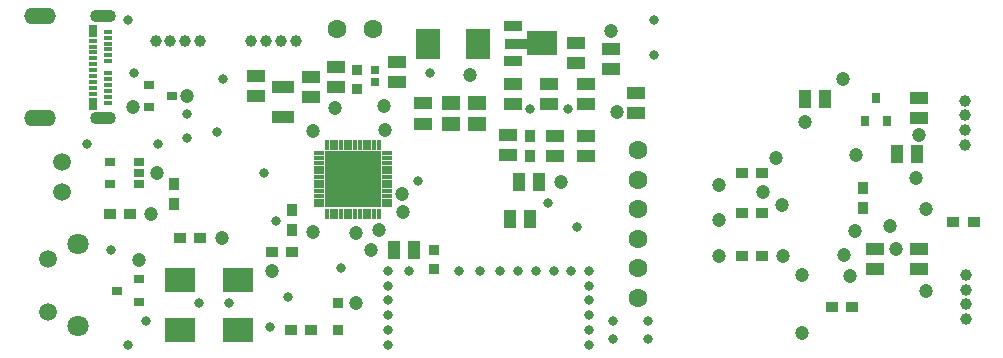
<source format=gts>
G04*
G04 #@! TF.GenerationSoftware,Altium Limited,Altium Designer,23.8.1 (32)*
G04*
G04 Layer_Color=8388736*
%FSLAX44Y44*%
%MOMM*%
G71*
G04*
G04 #@! TF.SameCoordinates,7BD4B443-AC8F-467E-A65E-793A9AF9F4B1*
G04*
G04*
G04 #@! TF.FilePolarity,Negative*
G04*
G01*
G75*
%ADD51C,1.5000*%
%ADD62R,0.9000X1.0000*%
%ADD63R,1.5000X1.0500*%
%ADD64R,1.0500X1.5000*%
%ADD65R,1.0000X0.9000*%
%ADD66R,0.7000X0.9000*%
%ADD67R,0.9000X0.7000*%
%ADD68R,0.9000X0.9000*%
%ADD69R,0.9000X0.3000*%
%ADD70R,0.3000X0.9000*%
%ADD71R,4.7000X4.7000*%
%ADD72R,2.6000X2.1000*%
%ADD73R,0.8000X0.7000*%
%ADD74R,1.5000X0.9000*%
%ADD75R,2.1000X0.9000*%
%ADD76R,2.5000X2.1000*%
%ADD77R,2.1000X2.6000*%
%ADD78R,1.9000X1.1000*%
%ADD79R,1.5000X1.3000*%
%ADD80R,0.8000X1.1000*%
%ADD81R,0.8000X0.4000*%
%ADD82C,1.0000*%
%ADD83C,0.1000*%
%ADD84C,1.2000*%
%ADD85C,1.6000*%
%ADD86C,1.8000*%
%ADD87O,2.7000X1.4000*%
%ADD88O,2.2000X1.1000*%
%ADD89C,0.8000*%
D51*
X-28000Y658000D02*
D03*
Y703000D02*
D03*
X-16000Y784750D02*
D03*
Y759250D02*
D03*
D62*
X662000Y762750D02*
D03*
Y745750D02*
D03*
X380250Y807000D02*
D03*
Y790000D02*
D03*
X178750Y726750D02*
D03*
Y743750D02*
D03*
X78750Y765750D02*
D03*
Y748750D02*
D03*
D63*
X709000Y710750D02*
D03*
Y693750D02*
D03*
X672000Y710750D02*
D03*
Y693750D02*
D03*
X709000Y838750D02*
D03*
Y821750D02*
D03*
X267250Y869500D02*
D03*
Y852500D02*
D03*
X470000Y826500D02*
D03*
Y843500D02*
D03*
X361000Y790750D02*
D03*
Y807750D02*
D03*
X289000Y834250D02*
D03*
Y817250D02*
D03*
X448750Y880500D02*
D03*
Y863500D02*
D03*
X401000Y807000D02*
D03*
Y790000D02*
D03*
X427250Y807000D02*
D03*
Y790000D02*
D03*
X148000Y840250D02*
D03*
Y857250D02*
D03*
X427000Y833500D02*
D03*
Y850500D02*
D03*
X419000Y868250D02*
D03*
Y885250D02*
D03*
X194750Y839500D02*
D03*
Y856500D02*
D03*
X215750Y848000D02*
D03*
Y865000D02*
D03*
X396250Y833500D02*
D03*
Y850500D02*
D03*
X366000Y833500D02*
D03*
Y850500D02*
D03*
D64*
X707500Y791250D02*
D03*
X690500D02*
D03*
X612500Y838250D02*
D03*
X629500D02*
D03*
X265000Y710500D02*
D03*
X282000D02*
D03*
X380000Y736500D02*
D03*
X363000D02*
D03*
X388000Y767500D02*
D03*
X371000D02*
D03*
D65*
X652500Y662250D02*
D03*
X635500D02*
D03*
X559500Y741250D02*
D03*
X576500D02*
D03*
X559500Y705250D02*
D03*
X576500D02*
D03*
X559500Y775250D02*
D03*
X576500D02*
D03*
X755500Y734250D02*
D03*
X738500D02*
D03*
X194750Y642750D02*
D03*
X177750D02*
D03*
X84000Y720000D02*
D03*
X101000D02*
D03*
X41000Y740500D02*
D03*
X24000D02*
D03*
X161750Y708250D02*
D03*
X178750D02*
D03*
D66*
X663500Y819750D02*
D03*
X682500D02*
D03*
X673000Y838750D02*
D03*
D67*
X24000Y765750D02*
D03*
X49000Y784750D02*
D03*
Y775250D02*
D03*
X24000Y784750D02*
D03*
X49000Y765750D02*
D03*
X49000Y666250D02*
D03*
Y685250D02*
D03*
X30000Y675750D02*
D03*
X57500Y850000D02*
D03*
Y831000D02*
D03*
X76500Y840500D02*
D03*
D68*
X217750Y642750D02*
D03*
Y665250D02*
D03*
X298500Y710500D02*
D03*
Y694500D02*
D03*
X233250Y846750D02*
D03*
Y862750D02*
D03*
D69*
X201000Y792000D02*
D03*
X259000D02*
D03*
Y788000D02*
D03*
Y784000D02*
D03*
Y780000D02*
D03*
Y776000D02*
D03*
Y772000D02*
D03*
Y768000D02*
D03*
Y764000D02*
D03*
Y760000D02*
D03*
Y756000D02*
D03*
Y752000D02*
D03*
Y748000D02*
D03*
X201000D02*
D03*
Y752000D02*
D03*
Y756000D02*
D03*
Y760000D02*
D03*
Y764000D02*
D03*
Y768000D02*
D03*
Y772000D02*
D03*
Y776000D02*
D03*
Y780000D02*
D03*
Y784000D02*
D03*
Y788000D02*
D03*
D70*
X208000Y799000D02*
D03*
X212000D02*
D03*
X216000D02*
D03*
X220000D02*
D03*
X224000D02*
D03*
X228000D02*
D03*
X232000D02*
D03*
X236000D02*
D03*
X240000D02*
D03*
X244000D02*
D03*
X248000D02*
D03*
X252000D02*
D03*
Y741000D02*
D03*
X248000D02*
D03*
X244000D02*
D03*
X240000D02*
D03*
X236000D02*
D03*
X232000D02*
D03*
X228000D02*
D03*
X224000D02*
D03*
X220000D02*
D03*
X216000D02*
D03*
X212000D02*
D03*
X208000D02*
D03*
D71*
X230000Y770000D02*
D03*
D72*
X132500Y684750D02*
D03*
Y642750D02*
D03*
X84000Y684750D02*
D03*
Y642750D02*
D03*
D73*
X248750Y862750D02*
D03*
Y852750D02*
D03*
D74*
X366000Y900250D02*
D03*
Y870250D02*
D03*
D75*
X369000Y885000D02*
D03*
D76*
X390000Y885250D02*
D03*
D77*
X336000Y885000D02*
D03*
X294000D02*
D03*
D78*
X171000Y823000D02*
D03*
Y848000D02*
D03*
D79*
X312750Y834250D02*
D03*
X334750D02*
D03*
Y817250D02*
D03*
X312750D02*
D03*
D80*
X9700Y896000D02*
D03*
Y834000D02*
D03*
D81*
Y887500D02*
D03*
Y882500D02*
D03*
Y877500D02*
D03*
Y872500D02*
D03*
Y867500D02*
D03*
Y862500D02*
D03*
Y857500D02*
D03*
Y852500D02*
D03*
Y847500D02*
D03*
Y842500D02*
D03*
X22700Y835000D02*
D03*
Y840000D02*
D03*
Y845000D02*
D03*
Y850000D02*
D03*
Y855000D02*
D03*
Y860000D02*
D03*
Y870000D02*
D03*
Y875000D02*
D03*
Y880000D02*
D03*
Y885000D02*
D03*
Y890000D02*
D03*
Y895000D02*
D03*
D82*
X749000Y689250D02*
D03*
Y664250D02*
D03*
Y676750D02*
D03*
Y651750D02*
D03*
X748000Y836750D02*
D03*
Y811750D02*
D03*
Y824250D02*
D03*
Y799250D02*
D03*
X144000Y887000D02*
D03*
X169000D02*
D03*
X156500D02*
D03*
X181500D02*
D03*
X63000D02*
D03*
X88000D02*
D03*
X75500D02*
D03*
X100500D02*
D03*
D83*
X565000Y830250D02*
D03*
Y660250D02*
D03*
X320000Y770000D02*
D03*
X120000D02*
D03*
D84*
X645000Y855250D02*
D03*
X715000Y745250D02*
D03*
X685000Y730250D02*
D03*
X715000Y675250D02*
D03*
X610000Y640250D02*
D03*
X540000Y765250D02*
D03*
Y735250D02*
D03*
Y705250D02*
D03*
X594000D02*
D03*
X610000Y689250D02*
D03*
X646000Y706250D02*
D03*
X655000Y726250D02*
D03*
X588000Y788250D02*
D03*
X690000Y711250D02*
D03*
X707000Y771250D02*
D03*
X651000Y688250D02*
D03*
X613000Y818250D02*
D03*
X656000Y790250D02*
D03*
X709000Y807250D02*
D03*
X577000Y759250D02*
D03*
X593000Y748250D02*
D03*
X329500Y858500D02*
D03*
X256000Y832000D02*
D03*
X272000Y757750D02*
D03*
X257500Y811500D02*
D03*
X232500Y724750D02*
D03*
X272750Y742500D02*
D03*
X196000Y725750D02*
D03*
X251750Y727000D02*
D03*
X196500Y810750D02*
D03*
X448750Y895250D02*
D03*
X43750Y831000D02*
D03*
X89250Y840500D02*
D03*
X49000Y701750D02*
D03*
X215250Y830500D02*
D03*
X232500Y665250D02*
D03*
X245250Y710000D02*
D03*
X161750Y692500D02*
D03*
X406500Y767500D02*
D03*
X453750Y826750D02*
D03*
X119500Y720000D02*
D03*
X59500Y741000D02*
D03*
X64500Y775250D02*
D03*
D85*
X471500Y794750D02*
D03*
Y769750D02*
D03*
Y744750D02*
D03*
Y719750D02*
D03*
Y694750D02*
D03*
Y669750D02*
D03*
X247000Y897000D02*
D03*
X217000D02*
D03*
D86*
X-3000Y645500D02*
D03*
Y715500D02*
D03*
D87*
X-35000Y821800D02*
D03*
Y908200D02*
D03*
D88*
X18600Y821800D02*
D03*
Y908200D02*
D03*
D89*
X412500Y830000D02*
D03*
X380000D02*
D03*
X395000Y750000D02*
D03*
X160000Y645000D02*
D03*
X165000Y735000D02*
D03*
X5000Y800000D02*
D03*
X295000Y860000D02*
D03*
X25000Y710000D02*
D03*
X40000Y630000D02*
D03*
X55000Y650000D02*
D03*
X100000Y665000D02*
D03*
X125000D02*
D03*
X175000Y670000D02*
D03*
X220000Y695000D02*
D03*
X450000Y635000D02*
D03*
X480000D02*
D03*
Y650000D02*
D03*
X450000D02*
D03*
X420000Y730000D02*
D03*
X485000Y875000D02*
D03*
Y905000D02*
D03*
X120000Y855000D02*
D03*
X40000Y905000D02*
D03*
X45000Y860000D02*
D03*
X65000Y800000D02*
D03*
X155000Y775000D02*
D03*
X115000Y810000D02*
D03*
X90000Y805000D02*
D03*
Y825000D02*
D03*
X285000Y769000D02*
D03*
X224000Y788000D02*
D03*
X212000D02*
D03*
X224000Y776000D02*
D03*
X248000Y788000D02*
D03*
X236000D02*
D03*
X248000Y776000D02*
D03*
X236000D02*
D03*
X248000Y764000D02*
D03*
X236000D02*
D03*
X248000Y752000D02*
D03*
X236000D02*
D03*
X212000Y776000D02*
D03*
X224000Y764000D02*
D03*
X212000D02*
D03*
X224000Y752000D02*
D03*
X212000D02*
D03*
X430000Y630000D02*
D03*
Y642500D02*
D03*
Y655000D02*
D03*
Y667500D02*
D03*
Y680000D02*
D03*
Y692500D02*
D03*
X415000D02*
D03*
X400000D02*
D03*
X385000D02*
D03*
X370000D02*
D03*
X355000D02*
D03*
X337500D02*
D03*
X320000D02*
D03*
X277500D02*
D03*
X260000D02*
D03*
Y680000D02*
D03*
Y667500D02*
D03*
Y655000D02*
D03*
Y630000D02*
D03*
Y642500D02*
D03*
M02*

</source>
